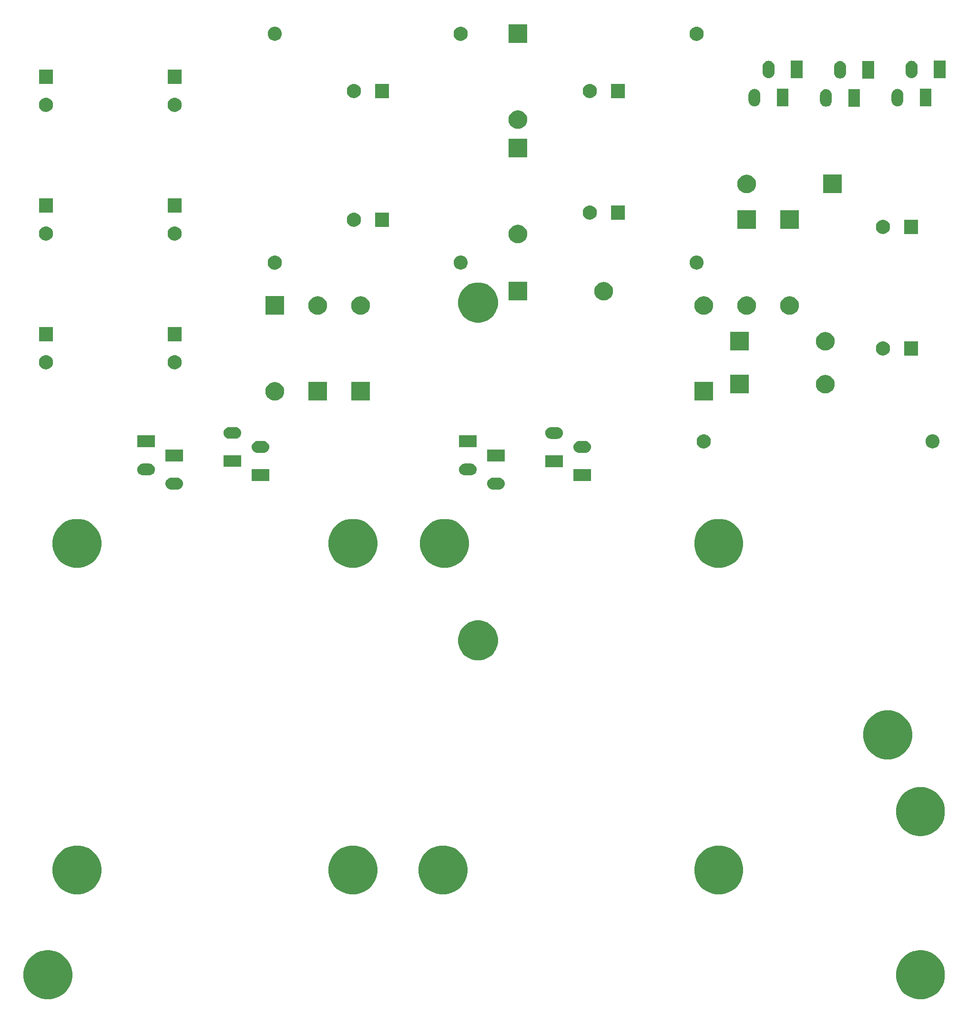
<source format=gbr>
G04 #@! TF.GenerationSoftware,KiCad,Pcbnew,(5.0.2)-1*
G04 #@! TF.CreationDate,2020-01-14T22:42:55+01:00*
G04 #@! TF.ProjectId,WW-Board-Master V2,57572d42-6f61-4726-942d-4d6173746572,rev?*
G04 #@! TF.SameCoordinates,Original*
G04 #@! TF.FileFunction,Soldermask,Bot*
G04 #@! TF.FilePolarity,Negative*
%FSLAX46Y46*%
G04 Gerber Fmt 4.6, Leading zero omitted, Abs format (unit mm)*
G04 Created by KiCad (PCBNEW (5.0.2)-1) date 14.01.2020 22:42:55*
%MOMM*%
%LPD*%
G01*
G04 APERTURE LIST*
%ADD10C,0.100000*%
G04 APERTURE END LIST*
D10*
G36*
X182548156Y-185672794D02*
X183269140Y-185816206D01*
X184060972Y-186144193D01*
X184773601Y-186620357D01*
X185379643Y-187226399D01*
X185855807Y-187939028D01*
X186183794Y-188730860D01*
X186351000Y-189571464D01*
X186351000Y-190428536D01*
X186183794Y-191269140D01*
X185855807Y-192060972D01*
X185379643Y-192773601D01*
X184773601Y-193379643D01*
X184060972Y-193855807D01*
X183269140Y-194183794D01*
X182548156Y-194327206D01*
X182428537Y-194351000D01*
X181571463Y-194351000D01*
X181451844Y-194327206D01*
X180730860Y-194183794D01*
X179939028Y-193855807D01*
X179226399Y-193379643D01*
X178620357Y-192773601D01*
X178144193Y-192060972D01*
X177816206Y-191269140D01*
X177649000Y-190428536D01*
X177649000Y-189571464D01*
X177816206Y-188730860D01*
X178144193Y-187939028D01*
X178620357Y-187226399D01*
X179226399Y-186620357D01*
X179939028Y-186144193D01*
X180730860Y-185816206D01*
X181451844Y-185672794D01*
X181571463Y-185649000D01*
X182428537Y-185649000D01*
X182548156Y-185672794D01*
X182548156Y-185672794D01*
G37*
G36*
X27548156Y-185672794D02*
X28269140Y-185816206D01*
X29060972Y-186144193D01*
X29773601Y-186620357D01*
X30379643Y-187226399D01*
X30855807Y-187939028D01*
X31183794Y-188730860D01*
X31351000Y-189571464D01*
X31351000Y-190428536D01*
X31183794Y-191269140D01*
X30855807Y-192060972D01*
X30379643Y-192773601D01*
X29773601Y-193379643D01*
X29060972Y-193855807D01*
X28269140Y-194183794D01*
X27548156Y-194327206D01*
X27428537Y-194351000D01*
X26571463Y-194351000D01*
X26451844Y-194327206D01*
X25730860Y-194183794D01*
X24939028Y-193855807D01*
X24226399Y-193379643D01*
X23620357Y-192773601D01*
X23144193Y-192060972D01*
X22816206Y-191269140D01*
X22649000Y-190428536D01*
X22649000Y-189571464D01*
X22816206Y-188730860D01*
X23144193Y-187939028D01*
X23620357Y-187226399D01*
X24226399Y-186620357D01*
X24939028Y-186144193D01*
X25730860Y-185816206D01*
X26451844Y-185672794D01*
X26571463Y-185649000D01*
X27428537Y-185649000D01*
X27548156Y-185672794D01*
X27548156Y-185672794D01*
G37*
G36*
X81723156Y-167052794D02*
X82444140Y-167196206D01*
X83235972Y-167524193D01*
X83948601Y-168000357D01*
X84554643Y-168606399D01*
X85030807Y-169319028D01*
X85358794Y-170110860D01*
X85526000Y-170951464D01*
X85526000Y-171808536D01*
X85358794Y-172649140D01*
X85030807Y-173440972D01*
X84554643Y-174153601D01*
X83948601Y-174759643D01*
X83235972Y-175235807D01*
X82444140Y-175563794D01*
X81723156Y-175707206D01*
X81603537Y-175731000D01*
X80746463Y-175731000D01*
X80626844Y-175707206D01*
X79905860Y-175563794D01*
X79114028Y-175235807D01*
X78401399Y-174759643D01*
X77795357Y-174153601D01*
X77319193Y-173440972D01*
X76991206Y-172649140D01*
X76824000Y-171808536D01*
X76824000Y-170951464D01*
X76991206Y-170110860D01*
X77319193Y-169319028D01*
X77795357Y-168606399D01*
X78401399Y-168000357D01*
X79114028Y-167524193D01*
X79905860Y-167196206D01*
X80626844Y-167052794D01*
X80746463Y-167029000D01*
X81603537Y-167029000D01*
X81723156Y-167052794D01*
X81723156Y-167052794D01*
G37*
G36*
X97723156Y-167052794D02*
X98444140Y-167196206D01*
X99235972Y-167524193D01*
X99948601Y-168000357D01*
X100554643Y-168606399D01*
X101030807Y-169319028D01*
X101358794Y-170110860D01*
X101526000Y-170951464D01*
X101526000Y-171808536D01*
X101358794Y-172649140D01*
X101030807Y-173440972D01*
X100554643Y-174153601D01*
X99948601Y-174759643D01*
X99235972Y-175235807D01*
X98444140Y-175563794D01*
X97723156Y-175707206D01*
X97603537Y-175731000D01*
X96746463Y-175731000D01*
X96626844Y-175707206D01*
X95905860Y-175563794D01*
X95114028Y-175235807D01*
X94401399Y-174759643D01*
X93795357Y-174153601D01*
X93319193Y-173440972D01*
X92991206Y-172649140D01*
X92824000Y-171808536D01*
X92824000Y-170951464D01*
X92991206Y-170110860D01*
X93319193Y-169319028D01*
X93795357Y-168606399D01*
X94401399Y-168000357D01*
X95114028Y-167524193D01*
X95905860Y-167196206D01*
X96626844Y-167052794D01*
X96746463Y-167029000D01*
X97603537Y-167029000D01*
X97723156Y-167052794D01*
X97723156Y-167052794D01*
G37*
G36*
X32723156Y-167052794D02*
X33444140Y-167196206D01*
X34235972Y-167524193D01*
X34948601Y-168000357D01*
X35554643Y-168606399D01*
X36030807Y-169319028D01*
X36358794Y-170110860D01*
X36526000Y-170951464D01*
X36526000Y-171808536D01*
X36358794Y-172649140D01*
X36030807Y-173440972D01*
X35554643Y-174153601D01*
X34948601Y-174759643D01*
X34235972Y-175235807D01*
X33444140Y-175563794D01*
X32723156Y-175707206D01*
X32603537Y-175731000D01*
X31746463Y-175731000D01*
X31626844Y-175707206D01*
X30905860Y-175563794D01*
X30114028Y-175235807D01*
X29401399Y-174759643D01*
X28795357Y-174153601D01*
X28319193Y-173440972D01*
X27991206Y-172649140D01*
X27824000Y-171808536D01*
X27824000Y-170951464D01*
X27991206Y-170110860D01*
X28319193Y-169319028D01*
X28795357Y-168606399D01*
X29401399Y-168000357D01*
X30114028Y-167524193D01*
X30905860Y-167196206D01*
X31626844Y-167052794D01*
X31746463Y-167029000D01*
X32603537Y-167029000D01*
X32723156Y-167052794D01*
X32723156Y-167052794D01*
G37*
G36*
X146723156Y-167052794D02*
X147444140Y-167196206D01*
X148235972Y-167524193D01*
X148948601Y-168000357D01*
X149554643Y-168606399D01*
X150030807Y-169319028D01*
X150358794Y-170110860D01*
X150526000Y-170951464D01*
X150526000Y-171808536D01*
X150358794Y-172649140D01*
X150030807Y-173440972D01*
X149554643Y-174153601D01*
X148948601Y-174759643D01*
X148235972Y-175235807D01*
X147444140Y-175563794D01*
X146723156Y-175707206D01*
X146603537Y-175731000D01*
X145746463Y-175731000D01*
X145626844Y-175707206D01*
X144905860Y-175563794D01*
X144114028Y-175235807D01*
X143401399Y-174759643D01*
X142795357Y-174153601D01*
X142319193Y-173440972D01*
X141991206Y-172649140D01*
X141824000Y-171808536D01*
X141824000Y-170951464D01*
X141991206Y-170110860D01*
X142319193Y-169319028D01*
X142795357Y-168606399D01*
X143401399Y-168000357D01*
X144114028Y-167524193D01*
X144905860Y-167196206D01*
X145626844Y-167052794D01*
X145746463Y-167029000D01*
X146603537Y-167029000D01*
X146723156Y-167052794D01*
X146723156Y-167052794D01*
G37*
G36*
X182548156Y-156672794D02*
X183269140Y-156816206D01*
X184060972Y-157144193D01*
X184773601Y-157620357D01*
X185379643Y-158226399D01*
X185855807Y-158939028D01*
X186183794Y-159730860D01*
X186351000Y-160571464D01*
X186351000Y-161428536D01*
X186183794Y-162269140D01*
X185855807Y-163060972D01*
X185379643Y-163773601D01*
X184773601Y-164379643D01*
X184060972Y-164855807D01*
X183269140Y-165183794D01*
X182548156Y-165327206D01*
X182428537Y-165351000D01*
X181571463Y-165351000D01*
X181451844Y-165327206D01*
X180730860Y-165183794D01*
X179939028Y-164855807D01*
X179226399Y-164379643D01*
X178620357Y-163773601D01*
X178144193Y-163060972D01*
X177816206Y-162269140D01*
X177649000Y-161428536D01*
X177649000Y-160571464D01*
X177816206Y-159730860D01*
X178144193Y-158939028D01*
X178620357Y-158226399D01*
X179226399Y-157620357D01*
X179939028Y-157144193D01*
X180730860Y-156816206D01*
X181451844Y-156672794D01*
X181571463Y-156649000D01*
X182428537Y-156649000D01*
X182548156Y-156672794D01*
X182548156Y-156672794D01*
G37*
G36*
X176723156Y-143052794D02*
X177444140Y-143196206D01*
X178235972Y-143524193D01*
X178948601Y-144000357D01*
X179554643Y-144606399D01*
X180030807Y-145319028D01*
X180358794Y-146110860D01*
X180526000Y-146951464D01*
X180526000Y-147808536D01*
X180358794Y-148649140D01*
X180030807Y-149440972D01*
X179554643Y-150153601D01*
X178948601Y-150759643D01*
X178235972Y-151235807D01*
X177444140Y-151563794D01*
X176723156Y-151707206D01*
X176603537Y-151731000D01*
X175746463Y-151731000D01*
X175626844Y-151707206D01*
X174905860Y-151563794D01*
X174114028Y-151235807D01*
X173401399Y-150759643D01*
X172795357Y-150153601D01*
X172319193Y-149440972D01*
X171991206Y-148649140D01*
X171824000Y-147808536D01*
X171824000Y-146951464D01*
X171991206Y-146110860D01*
X172319193Y-145319028D01*
X172795357Y-144606399D01*
X173401399Y-144000357D01*
X174114028Y-143524193D01*
X174905860Y-143196206D01*
X175626844Y-143052794D01*
X175746463Y-143029000D01*
X176603537Y-143029000D01*
X176723156Y-143052794D01*
X176723156Y-143052794D01*
G37*
G36*
X104455786Y-127185462D02*
X104455788Y-127185463D01*
X104455789Y-127185463D01*
X105102029Y-127453144D01*
X105563323Y-127761371D01*
X105683634Y-127841760D01*
X106178240Y-128336366D01*
X106178242Y-128336369D01*
X106566856Y-128917971D01*
X106834537Y-129564211D01*
X106834538Y-129564214D01*
X106971000Y-130250256D01*
X106971000Y-130949744D01*
X106954307Y-131033668D01*
X106834537Y-131635789D01*
X106566856Y-132282029D01*
X106226551Y-132791332D01*
X106178240Y-132863634D01*
X105683634Y-133358240D01*
X105683631Y-133358242D01*
X105102029Y-133746856D01*
X104455789Y-134014537D01*
X104455788Y-134014537D01*
X104455786Y-134014538D01*
X103769744Y-134151000D01*
X103070256Y-134151000D01*
X102384214Y-134014538D01*
X102384212Y-134014537D01*
X102384211Y-134014537D01*
X101737971Y-133746856D01*
X101156369Y-133358242D01*
X101156366Y-133358240D01*
X100661760Y-132863634D01*
X100613449Y-132791332D01*
X100273144Y-132282029D01*
X100005463Y-131635789D01*
X99885694Y-131033668D01*
X99869000Y-130949744D01*
X99869000Y-130250256D01*
X100005462Y-129564214D01*
X100005463Y-129564211D01*
X100273144Y-128917971D01*
X100661758Y-128336369D01*
X100661760Y-128336366D01*
X101156366Y-127841760D01*
X101276677Y-127761371D01*
X101737971Y-127453144D01*
X102384211Y-127185463D01*
X102384212Y-127185463D01*
X102384214Y-127185462D01*
X103070256Y-127049000D01*
X103769744Y-127049000D01*
X104455786Y-127185462D01*
X104455786Y-127185462D01*
G37*
G36*
X81723156Y-109052794D02*
X82444140Y-109196206D01*
X83235972Y-109524193D01*
X83948601Y-110000357D01*
X84554643Y-110606399D01*
X85030807Y-111319028D01*
X85358794Y-112110860D01*
X85526000Y-112951464D01*
X85526000Y-113808536D01*
X85358794Y-114649140D01*
X85030807Y-115440972D01*
X84554643Y-116153601D01*
X83948601Y-116759643D01*
X83235972Y-117235807D01*
X82444140Y-117563794D01*
X81723156Y-117707206D01*
X81603537Y-117731000D01*
X80746463Y-117731000D01*
X80626844Y-117707206D01*
X79905860Y-117563794D01*
X79114028Y-117235807D01*
X78401399Y-116759643D01*
X77795357Y-116153601D01*
X77319193Y-115440972D01*
X76991206Y-114649140D01*
X76824000Y-113808536D01*
X76824000Y-112951464D01*
X76991206Y-112110860D01*
X77319193Y-111319028D01*
X77795357Y-110606399D01*
X78401399Y-110000357D01*
X79114028Y-109524193D01*
X79905860Y-109196206D01*
X80626844Y-109052794D01*
X80746463Y-109029000D01*
X81603537Y-109029000D01*
X81723156Y-109052794D01*
X81723156Y-109052794D01*
G37*
G36*
X32723156Y-109052794D02*
X33444140Y-109196206D01*
X34235972Y-109524193D01*
X34948601Y-110000357D01*
X35554643Y-110606399D01*
X36030807Y-111319028D01*
X36358794Y-112110860D01*
X36526000Y-112951464D01*
X36526000Y-113808536D01*
X36358794Y-114649140D01*
X36030807Y-115440972D01*
X35554643Y-116153601D01*
X34948601Y-116759643D01*
X34235972Y-117235807D01*
X33444140Y-117563794D01*
X32723156Y-117707206D01*
X32603537Y-117731000D01*
X31746463Y-117731000D01*
X31626844Y-117707206D01*
X30905860Y-117563794D01*
X30114028Y-117235807D01*
X29401399Y-116759643D01*
X28795357Y-116153601D01*
X28319193Y-115440972D01*
X27991206Y-114649140D01*
X27824000Y-113808536D01*
X27824000Y-112951464D01*
X27991206Y-112110860D01*
X28319193Y-111319028D01*
X28795357Y-110606399D01*
X29401399Y-110000357D01*
X30114028Y-109524193D01*
X30905860Y-109196206D01*
X31626844Y-109052794D01*
X31746463Y-109029000D01*
X32603537Y-109029000D01*
X32723156Y-109052794D01*
X32723156Y-109052794D01*
G37*
G36*
X98003156Y-109052794D02*
X98724140Y-109196206D01*
X99515972Y-109524193D01*
X100228601Y-110000357D01*
X100834643Y-110606399D01*
X101310807Y-111319028D01*
X101638794Y-112110860D01*
X101806000Y-112951464D01*
X101806000Y-113808536D01*
X101638794Y-114649140D01*
X101310807Y-115440972D01*
X100834643Y-116153601D01*
X100228601Y-116759643D01*
X99515972Y-117235807D01*
X98724140Y-117563794D01*
X98003156Y-117707206D01*
X97883537Y-117731000D01*
X97026463Y-117731000D01*
X96906844Y-117707206D01*
X96185860Y-117563794D01*
X95394028Y-117235807D01*
X94681399Y-116759643D01*
X94075357Y-116153601D01*
X93599193Y-115440972D01*
X93271206Y-114649140D01*
X93104000Y-113808536D01*
X93104000Y-112951464D01*
X93271206Y-112110860D01*
X93599193Y-111319028D01*
X94075357Y-110606399D01*
X94681399Y-110000357D01*
X95394028Y-109524193D01*
X96185860Y-109196206D01*
X96906844Y-109052794D01*
X97026463Y-109029000D01*
X97883537Y-109029000D01*
X98003156Y-109052794D01*
X98003156Y-109052794D01*
G37*
G36*
X146723156Y-109052794D02*
X147444140Y-109196206D01*
X148235972Y-109524193D01*
X148948601Y-110000357D01*
X149554643Y-110606399D01*
X150030807Y-111319028D01*
X150358794Y-112110860D01*
X150526000Y-112951464D01*
X150526000Y-113808536D01*
X150358794Y-114649140D01*
X150030807Y-115440972D01*
X149554643Y-116153601D01*
X148948601Y-116759643D01*
X148235972Y-117235807D01*
X147444140Y-117563794D01*
X146723156Y-117707206D01*
X146603537Y-117731000D01*
X145746463Y-117731000D01*
X145626844Y-117707206D01*
X144905860Y-117563794D01*
X144114028Y-117235807D01*
X143401399Y-116759643D01*
X142795357Y-116153601D01*
X142319193Y-115440972D01*
X141991206Y-114649140D01*
X141824000Y-113808536D01*
X141824000Y-112951464D01*
X141991206Y-112110860D01*
X142319193Y-111319028D01*
X142795357Y-110606399D01*
X143401399Y-110000357D01*
X144114028Y-109524193D01*
X144905860Y-109196206D01*
X145626844Y-109052794D01*
X145746463Y-109029000D01*
X146603537Y-109029000D01*
X146723156Y-109052794D01*
X146723156Y-109052794D01*
G37*
G36*
X50032510Y-101702041D02*
X50156032Y-101714207D01*
X50354146Y-101774305D01*
X50536729Y-101871897D01*
X50696765Y-102003235D01*
X50828103Y-102163271D01*
X50925695Y-102345854D01*
X50985793Y-102543968D01*
X51006085Y-102750000D01*
X50985793Y-102956032D01*
X50925695Y-103154146D01*
X50828103Y-103336729D01*
X50696765Y-103496765D01*
X50536729Y-103628103D01*
X50354146Y-103725695D01*
X50156032Y-103785793D01*
X50032510Y-103797959D01*
X50001631Y-103801000D01*
X48898369Y-103801000D01*
X48867490Y-103797959D01*
X48743968Y-103785793D01*
X48545854Y-103725695D01*
X48363271Y-103628103D01*
X48203235Y-103496765D01*
X48071897Y-103336729D01*
X47974305Y-103154146D01*
X47914207Y-102956032D01*
X47893915Y-102750000D01*
X47914207Y-102543968D01*
X47974305Y-102345854D01*
X48071897Y-102163271D01*
X48203235Y-102003235D01*
X48363271Y-101871897D01*
X48545854Y-101774305D01*
X48743968Y-101714207D01*
X48867490Y-101702041D01*
X48898369Y-101699000D01*
X50001631Y-101699000D01*
X50032510Y-101702041D01*
X50032510Y-101702041D01*
G37*
G36*
X107182510Y-101702041D02*
X107306032Y-101714207D01*
X107504146Y-101774305D01*
X107686729Y-101871897D01*
X107846765Y-102003235D01*
X107978103Y-102163271D01*
X108075695Y-102345854D01*
X108135793Y-102543968D01*
X108156085Y-102750000D01*
X108135793Y-102956032D01*
X108075695Y-103154146D01*
X107978103Y-103336729D01*
X107846765Y-103496765D01*
X107686729Y-103628103D01*
X107504146Y-103725695D01*
X107306032Y-103785793D01*
X107182510Y-103797959D01*
X107151631Y-103801000D01*
X106048369Y-103801000D01*
X106017490Y-103797959D01*
X105893968Y-103785793D01*
X105695854Y-103725695D01*
X105513271Y-103628103D01*
X105353235Y-103496765D01*
X105221897Y-103336729D01*
X105124305Y-103154146D01*
X105064207Y-102956032D01*
X105043915Y-102750000D01*
X105064207Y-102543968D01*
X105124305Y-102345854D01*
X105221897Y-102163271D01*
X105353235Y-102003235D01*
X105513271Y-101871897D01*
X105695854Y-101774305D01*
X105893968Y-101714207D01*
X106017490Y-101702041D01*
X106048369Y-101699000D01*
X107151631Y-101699000D01*
X107182510Y-101702041D01*
X107182510Y-101702041D01*
G37*
G36*
X123471000Y-102308000D02*
X120369000Y-102308000D01*
X120369000Y-100206000D01*
X123471000Y-100206000D01*
X123471000Y-102308000D01*
X123471000Y-102308000D01*
G37*
G36*
X66321000Y-102295000D02*
X63219000Y-102295000D01*
X63219000Y-100193000D01*
X66321000Y-100193000D01*
X66321000Y-102295000D01*
X66321000Y-102295000D01*
G37*
G36*
X102182510Y-99202041D02*
X102306032Y-99214207D01*
X102504146Y-99274305D01*
X102686729Y-99371897D01*
X102846765Y-99503235D01*
X102978103Y-99663271D01*
X103075695Y-99845854D01*
X103135793Y-100043968D01*
X103156085Y-100250000D01*
X103135793Y-100456032D01*
X103075695Y-100654146D01*
X102978103Y-100836729D01*
X102846765Y-100996765D01*
X102686729Y-101128103D01*
X102504146Y-101225695D01*
X102306032Y-101285793D01*
X102182510Y-101297959D01*
X102151631Y-101301000D01*
X101048369Y-101301000D01*
X101017490Y-101297959D01*
X100893968Y-101285793D01*
X100695854Y-101225695D01*
X100513271Y-101128103D01*
X100353235Y-100996765D01*
X100221897Y-100836729D01*
X100124305Y-100654146D01*
X100064207Y-100456032D01*
X100043915Y-100250000D01*
X100064207Y-100043968D01*
X100124305Y-99845854D01*
X100221897Y-99663271D01*
X100353235Y-99503235D01*
X100513271Y-99371897D01*
X100695854Y-99274305D01*
X100893968Y-99214207D01*
X101017490Y-99202041D01*
X101048369Y-99199000D01*
X102151631Y-99199000D01*
X102182510Y-99202041D01*
X102182510Y-99202041D01*
G37*
G36*
X45032510Y-99202041D02*
X45156032Y-99214207D01*
X45354146Y-99274305D01*
X45536729Y-99371897D01*
X45696765Y-99503235D01*
X45828103Y-99663271D01*
X45925695Y-99845854D01*
X45985793Y-100043968D01*
X46006085Y-100250000D01*
X45985793Y-100456032D01*
X45925695Y-100654146D01*
X45828103Y-100836729D01*
X45696765Y-100996765D01*
X45536729Y-101128103D01*
X45354146Y-101225695D01*
X45156032Y-101285793D01*
X45032510Y-101297959D01*
X45001631Y-101301000D01*
X43898369Y-101301000D01*
X43867490Y-101297959D01*
X43743968Y-101285793D01*
X43545854Y-101225695D01*
X43363271Y-101128103D01*
X43203235Y-100996765D01*
X43071897Y-100836729D01*
X42974305Y-100654146D01*
X42914207Y-100456032D01*
X42893915Y-100250000D01*
X42914207Y-100043968D01*
X42974305Y-99845854D01*
X43071897Y-99663271D01*
X43203235Y-99503235D01*
X43363271Y-99371897D01*
X43545854Y-99274305D01*
X43743968Y-99214207D01*
X43867490Y-99202041D01*
X43898369Y-99199000D01*
X45001631Y-99199000D01*
X45032510Y-99202041D01*
X45032510Y-99202041D01*
G37*
G36*
X118471000Y-99808000D02*
X115369000Y-99808000D01*
X115369000Y-97706000D01*
X118471000Y-97706000D01*
X118471000Y-99808000D01*
X118471000Y-99808000D01*
G37*
G36*
X61321000Y-99795000D02*
X58219000Y-99795000D01*
X58219000Y-97693000D01*
X61321000Y-97693000D01*
X61321000Y-99795000D01*
X61321000Y-99795000D01*
G37*
G36*
X108151000Y-98801000D02*
X105049000Y-98801000D01*
X105049000Y-96699000D01*
X108151000Y-96699000D01*
X108151000Y-98801000D01*
X108151000Y-98801000D01*
G37*
G36*
X51001000Y-98801000D02*
X47899000Y-98801000D01*
X47899000Y-96699000D01*
X51001000Y-96699000D01*
X51001000Y-98801000D01*
X51001000Y-98801000D01*
G37*
G36*
X122502510Y-95209041D02*
X122626032Y-95221207D01*
X122824146Y-95281305D01*
X123006729Y-95378897D01*
X123166765Y-95510235D01*
X123298103Y-95670271D01*
X123395695Y-95852854D01*
X123455793Y-96050968D01*
X123476085Y-96257000D01*
X123455793Y-96463032D01*
X123395695Y-96661146D01*
X123298103Y-96843729D01*
X123166765Y-97003765D01*
X123006729Y-97135103D01*
X122824146Y-97232695D01*
X122626032Y-97292793D01*
X122502510Y-97304959D01*
X122471631Y-97308000D01*
X121368369Y-97308000D01*
X121337490Y-97304959D01*
X121213968Y-97292793D01*
X121015854Y-97232695D01*
X120833271Y-97135103D01*
X120673235Y-97003765D01*
X120541897Y-96843729D01*
X120444305Y-96661146D01*
X120384207Y-96463032D01*
X120363915Y-96257000D01*
X120384207Y-96050968D01*
X120444305Y-95852854D01*
X120541897Y-95670271D01*
X120673235Y-95510235D01*
X120833271Y-95378897D01*
X121015854Y-95281305D01*
X121213968Y-95221207D01*
X121337490Y-95209041D01*
X121368369Y-95206000D01*
X122471631Y-95206000D01*
X122502510Y-95209041D01*
X122502510Y-95209041D01*
G37*
G36*
X65352510Y-95196041D02*
X65476032Y-95208207D01*
X65674146Y-95268305D01*
X65856729Y-95365897D01*
X66016765Y-95497235D01*
X66148103Y-95657271D01*
X66245695Y-95839854D01*
X66305793Y-96037968D01*
X66326085Y-96244000D01*
X66305793Y-96450032D01*
X66245695Y-96648146D01*
X66148103Y-96830729D01*
X66016765Y-96990765D01*
X65856729Y-97122103D01*
X65674146Y-97219695D01*
X65476032Y-97279793D01*
X65352510Y-97291959D01*
X65321631Y-97295000D01*
X64218369Y-97295000D01*
X64187490Y-97291959D01*
X64063968Y-97279793D01*
X63865854Y-97219695D01*
X63683271Y-97122103D01*
X63523235Y-96990765D01*
X63391897Y-96830729D01*
X63294305Y-96648146D01*
X63234207Y-96450032D01*
X63213915Y-96244000D01*
X63234207Y-96037968D01*
X63294305Y-95839854D01*
X63391897Y-95657271D01*
X63523235Y-95497235D01*
X63683271Y-95365897D01*
X63865854Y-95268305D01*
X64063968Y-95208207D01*
X64187490Y-95196041D01*
X64218369Y-95193000D01*
X65321631Y-95193000D01*
X65352510Y-95196041D01*
X65352510Y-95196041D01*
G37*
G36*
X143693635Y-94011019D02*
X143874903Y-94047075D01*
X144102571Y-94141378D01*
X144197488Y-94204800D01*
X144307469Y-94278287D01*
X144481713Y-94452531D01*
X144481715Y-94452534D01*
X144618622Y-94657429D01*
X144712925Y-94885097D01*
X144736728Y-95004765D01*
X144761000Y-95126786D01*
X144761000Y-95373214D01*
X144759869Y-95378899D01*
X144712925Y-95614903D01*
X144618622Y-95842571D01*
X144547921Y-95948382D01*
X144481713Y-96047469D01*
X144307469Y-96221713D01*
X144307466Y-96221715D01*
X144102571Y-96358622D01*
X143874903Y-96452925D01*
X143724213Y-96482899D01*
X143633214Y-96501000D01*
X143386786Y-96501000D01*
X143295787Y-96482899D01*
X143145097Y-96452925D01*
X142917429Y-96358622D01*
X142712534Y-96221715D01*
X142712531Y-96221713D01*
X142538287Y-96047469D01*
X142472079Y-95948382D01*
X142401378Y-95842571D01*
X142307075Y-95614903D01*
X142260131Y-95378899D01*
X142259000Y-95373214D01*
X142259000Y-95126786D01*
X142283272Y-95004765D01*
X142307075Y-94885097D01*
X142401378Y-94657429D01*
X142538285Y-94452534D01*
X142538287Y-94452531D01*
X142712531Y-94278287D01*
X142822512Y-94204800D01*
X142917429Y-94141378D01*
X143145097Y-94047075D01*
X143326365Y-94011019D01*
X143386786Y-93999000D01*
X143633214Y-93999000D01*
X143693635Y-94011019D01*
X143693635Y-94011019D01*
G37*
G36*
X184395239Y-94017101D02*
X184631053Y-94088634D01*
X184848381Y-94204799D01*
X185038871Y-94361129D01*
X185195201Y-94551619D01*
X185311366Y-94768947D01*
X185382899Y-95004761D01*
X185407053Y-95250000D01*
X185382899Y-95495239D01*
X185311366Y-95731053D01*
X185195201Y-95948381D01*
X185038871Y-96138871D01*
X184848381Y-96295201D01*
X184631053Y-96411366D01*
X184395239Y-96482899D01*
X184211457Y-96501000D01*
X184088543Y-96501000D01*
X183904761Y-96482899D01*
X183668947Y-96411366D01*
X183451619Y-96295201D01*
X183261129Y-96138871D01*
X183104799Y-95948381D01*
X182988634Y-95731053D01*
X182917101Y-95495239D01*
X182892947Y-95250000D01*
X182917101Y-95004761D01*
X182988634Y-94768947D01*
X183104799Y-94551619D01*
X183261129Y-94361129D01*
X183451619Y-94204799D01*
X183668947Y-94088634D01*
X183904761Y-94017101D01*
X184088543Y-93999000D01*
X184211457Y-93999000D01*
X184395239Y-94017101D01*
X184395239Y-94017101D01*
G37*
G36*
X46001000Y-96301000D02*
X42899000Y-96301000D01*
X42899000Y-94199000D01*
X46001000Y-94199000D01*
X46001000Y-96301000D01*
X46001000Y-96301000D01*
G37*
G36*
X103151000Y-96301000D02*
X100049000Y-96301000D01*
X100049000Y-94199000D01*
X103151000Y-94199000D01*
X103151000Y-96301000D01*
X103151000Y-96301000D01*
G37*
G36*
X117502510Y-92709041D02*
X117626032Y-92721207D01*
X117824146Y-92781305D01*
X118006729Y-92878897D01*
X118166765Y-93010235D01*
X118298103Y-93170271D01*
X118395695Y-93352854D01*
X118455793Y-93550968D01*
X118476085Y-93757000D01*
X118455793Y-93963032D01*
X118395695Y-94161146D01*
X118298103Y-94343729D01*
X118166765Y-94503765D01*
X118006729Y-94635103D01*
X117824146Y-94732695D01*
X117626032Y-94792793D01*
X117502510Y-94804959D01*
X117471631Y-94808000D01*
X116368369Y-94808000D01*
X116337490Y-94804959D01*
X116213968Y-94792793D01*
X116015854Y-94732695D01*
X115833271Y-94635103D01*
X115673235Y-94503765D01*
X115541897Y-94343729D01*
X115444305Y-94161146D01*
X115384207Y-93963032D01*
X115363915Y-93757000D01*
X115384207Y-93550968D01*
X115444305Y-93352854D01*
X115541897Y-93170271D01*
X115673235Y-93010235D01*
X115833271Y-92878897D01*
X116015854Y-92781305D01*
X116213968Y-92721207D01*
X116337490Y-92709041D01*
X116368369Y-92706000D01*
X117471631Y-92706000D01*
X117502510Y-92709041D01*
X117502510Y-92709041D01*
G37*
G36*
X60352510Y-92696041D02*
X60476032Y-92708207D01*
X60674146Y-92768305D01*
X60856729Y-92865897D01*
X61016765Y-92997235D01*
X61148103Y-93157271D01*
X61245695Y-93339854D01*
X61305793Y-93537968D01*
X61326085Y-93744000D01*
X61305793Y-93950032D01*
X61245695Y-94148146D01*
X61148103Y-94330729D01*
X61016765Y-94490765D01*
X60856729Y-94622103D01*
X60674146Y-94719695D01*
X60476032Y-94779793D01*
X60352510Y-94791959D01*
X60321631Y-94795000D01*
X59218369Y-94795000D01*
X59187490Y-94791959D01*
X59063968Y-94779793D01*
X58865854Y-94719695D01*
X58683271Y-94622103D01*
X58523235Y-94490765D01*
X58391897Y-94330729D01*
X58294305Y-94148146D01*
X58234207Y-93950032D01*
X58213915Y-93744000D01*
X58234207Y-93537968D01*
X58294305Y-93339854D01*
X58391897Y-93157271D01*
X58523235Y-92997235D01*
X58683271Y-92865897D01*
X58865854Y-92768305D01*
X59063968Y-92708207D01*
X59187490Y-92696041D01*
X59218369Y-92693000D01*
X60321631Y-92693000D01*
X60352510Y-92696041D01*
X60352510Y-92696041D01*
G37*
G36*
X84201000Y-88011000D02*
X80899000Y-88011000D01*
X80899000Y-84709000D01*
X84201000Y-84709000D01*
X84201000Y-88011000D01*
X84201000Y-88011000D01*
G37*
G36*
X67633654Y-84732888D02*
X67944865Y-84827294D01*
X68231686Y-84980603D01*
X68483082Y-85186918D01*
X68689397Y-85438314D01*
X68842706Y-85725135D01*
X68937112Y-86036346D01*
X68968988Y-86360000D01*
X68937112Y-86683654D01*
X68842706Y-86994865D01*
X68689397Y-87281686D01*
X68483082Y-87533082D01*
X68231686Y-87739397D01*
X67944865Y-87892706D01*
X67633654Y-87987112D01*
X67391107Y-88011000D01*
X67228893Y-88011000D01*
X66986346Y-87987112D01*
X66675135Y-87892706D01*
X66388314Y-87739397D01*
X66136918Y-87533082D01*
X65930603Y-87281686D01*
X65777294Y-86994865D01*
X65682888Y-86683654D01*
X65651012Y-86360000D01*
X65682888Y-86036346D01*
X65777294Y-85725135D01*
X65930603Y-85438314D01*
X66136918Y-85186918D01*
X66388314Y-84980603D01*
X66675135Y-84827294D01*
X66986346Y-84732888D01*
X67228893Y-84709000D01*
X67391107Y-84709000D01*
X67633654Y-84732888D01*
X67633654Y-84732888D01*
G37*
G36*
X76581000Y-88011000D02*
X73279000Y-88011000D01*
X73279000Y-84709000D01*
X76581000Y-84709000D01*
X76581000Y-88011000D01*
X76581000Y-88011000D01*
G37*
G36*
X145161000Y-88011000D02*
X141859000Y-88011000D01*
X141859000Y-84709000D01*
X145161000Y-84709000D01*
X145161000Y-88011000D01*
X145161000Y-88011000D01*
G37*
G36*
X165423654Y-83462888D02*
X165734865Y-83557294D01*
X166021686Y-83710603D01*
X166273082Y-83916918D01*
X166479397Y-84168314D01*
X166632706Y-84455135D01*
X166727112Y-84766346D01*
X166758988Y-85090000D01*
X166727112Y-85413654D01*
X166632706Y-85724865D01*
X166479397Y-86011686D01*
X166273082Y-86263082D01*
X166021686Y-86469397D01*
X165734865Y-86622706D01*
X165423654Y-86717112D01*
X165181107Y-86741000D01*
X165018893Y-86741000D01*
X164776346Y-86717112D01*
X164465135Y-86622706D01*
X164178314Y-86469397D01*
X163926918Y-86263082D01*
X163720603Y-86011686D01*
X163567294Y-85724865D01*
X163472888Y-85413654D01*
X163441012Y-85090000D01*
X163472888Y-84766346D01*
X163567294Y-84455135D01*
X163720603Y-84168314D01*
X163926918Y-83916918D01*
X164178314Y-83710603D01*
X164465135Y-83557294D01*
X164776346Y-83462888D01*
X165018893Y-83439000D01*
X165181107Y-83439000D01*
X165423654Y-83462888D01*
X165423654Y-83462888D01*
G37*
G36*
X151511000Y-86741000D02*
X148209000Y-86741000D01*
X148209000Y-83439000D01*
X151511000Y-83439000D01*
X151511000Y-86741000D01*
X151511000Y-86741000D01*
G37*
G36*
X26853636Y-79961019D02*
X27034903Y-79997075D01*
X27262571Y-80091378D01*
X27466542Y-80227668D01*
X27467469Y-80228287D01*
X27641713Y-80402531D01*
X27641715Y-80402534D01*
X27778622Y-80607429D01*
X27872925Y-80835097D01*
X27921000Y-81076787D01*
X27921000Y-81323213D01*
X27872925Y-81564903D01*
X27778622Y-81792571D01*
X27642332Y-81996542D01*
X27641713Y-81997469D01*
X27467469Y-82171713D01*
X27467466Y-82171715D01*
X27262571Y-82308622D01*
X27034903Y-82402925D01*
X26853636Y-82438981D01*
X26793214Y-82451000D01*
X26546786Y-82451000D01*
X26486364Y-82438981D01*
X26305097Y-82402925D01*
X26077429Y-82308622D01*
X25872534Y-82171715D01*
X25872531Y-82171713D01*
X25698287Y-81997469D01*
X25697668Y-81996542D01*
X25561378Y-81792571D01*
X25467075Y-81564903D01*
X25419000Y-81323213D01*
X25419000Y-81076787D01*
X25467075Y-80835097D01*
X25561378Y-80607429D01*
X25698285Y-80402534D01*
X25698287Y-80402531D01*
X25872531Y-80228287D01*
X25873458Y-80227668D01*
X26077429Y-80091378D01*
X26305097Y-79997075D01*
X26486364Y-79961019D01*
X26546786Y-79949000D01*
X26793214Y-79949000D01*
X26853636Y-79961019D01*
X26853636Y-79961019D01*
G37*
G36*
X49713636Y-79961019D02*
X49894903Y-79997075D01*
X50122571Y-80091378D01*
X50326542Y-80227668D01*
X50327469Y-80228287D01*
X50501713Y-80402531D01*
X50501715Y-80402534D01*
X50638622Y-80607429D01*
X50732925Y-80835097D01*
X50781000Y-81076787D01*
X50781000Y-81323213D01*
X50732925Y-81564903D01*
X50638622Y-81792571D01*
X50502332Y-81996542D01*
X50501713Y-81997469D01*
X50327469Y-82171713D01*
X50327466Y-82171715D01*
X50122571Y-82308622D01*
X49894903Y-82402925D01*
X49713636Y-82438981D01*
X49653214Y-82451000D01*
X49406786Y-82451000D01*
X49346364Y-82438981D01*
X49165097Y-82402925D01*
X48937429Y-82308622D01*
X48732534Y-82171715D01*
X48732531Y-82171713D01*
X48558287Y-81997469D01*
X48557668Y-81996542D01*
X48421378Y-81792571D01*
X48327075Y-81564903D01*
X48279000Y-81323213D01*
X48279000Y-81076787D01*
X48327075Y-80835097D01*
X48421378Y-80607429D01*
X48558285Y-80402534D01*
X48558287Y-80402531D01*
X48732531Y-80228287D01*
X48733458Y-80227668D01*
X48937429Y-80091378D01*
X49165097Y-79997075D01*
X49346364Y-79961019D01*
X49406786Y-79949000D01*
X49653214Y-79949000D01*
X49713636Y-79961019D01*
X49713636Y-79961019D01*
G37*
G36*
X181591000Y-79991000D02*
X179089000Y-79991000D01*
X179089000Y-77489000D01*
X181591000Y-77489000D01*
X181591000Y-79991000D01*
X181591000Y-79991000D01*
G37*
G36*
X175523635Y-77501019D02*
X175704903Y-77537075D01*
X175932571Y-77631378D01*
X176136542Y-77767668D01*
X176137469Y-77768287D01*
X176311713Y-77942531D01*
X176311715Y-77942534D01*
X176448622Y-78147429D01*
X176542925Y-78375097D01*
X176591000Y-78616787D01*
X176591000Y-78863213D01*
X176542925Y-79104903D01*
X176448622Y-79332571D01*
X176312332Y-79536542D01*
X176311713Y-79537469D01*
X176137469Y-79711713D01*
X176137466Y-79711715D01*
X175932571Y-79848622D01*
X175704903Y-79942925D01*
X175523635Y-79978981D01*
X175463214Y-79991000D01*
X175216786Y-79991000D01*
X175156365Y-79978981D01*
X174975097Y-79942925D01*
X174747429Y-79848622D01*
X174542534Y-79711715D01*
X174542531Y-79711713D01*
X174368287Y-79537469D01*
X174367668Y-79536542D01*
X174231378Y-79332571D01*
X174137075Y-79104903D01*
X174089000Y-78863213D01*
X174089000Y-78616787D01*
X174137075Y-78375097D01*
X174231378Y-78147429D01*
X174368285Y-77942534D01*
X174368287Y-77942531D01*
X174542531Y-77768287D01*
X174543458Y-77767668D01*
X174747429Y-77631378D01*
X174975097Y-77537075D01*
X175156365Y-77501019D01*
X175216786Y-77489000D01*
X175463214Y-77489000D01*
X175523635Y-77501019D01*
X175523635Y-77501019D01*
G37*
G36*
X165423654Y-75842888D02*
X165734865Y-75937294D01*
X166021686Y-76090603D01*
X166273082Y-76296918D01*
X166479397Y-76548314D01*
X166632706Y-76835135D01*
X166727112Y-77146346D01*
X166758988Y-77470000D01*
X166727112Y-77793654D01*
X166632706Y-78104865D01*
X166479397Y-78391686D01*
X166273082Y-78643082D01*
X166021686Y-78849397D01*
X165734865Y-79002706D01*
X165423654Y-79097112D01*
X165181107Y-79121000D01*
X165018893Y-79121000D01*
X164776346Y-79097112D01*
X164465135Y-79002706D01*
X164178314Y-78849397D01*
X163926918Y-78643082D01*
X163720603Y-78391686D01*
X163567294Y-78104865D01*
X163472888Y-77793654D01*
X163441012Y-77470000D01*
X163472888Y-77146346D01*
X163567294Y-76835135D01*
X163720603Y-76548314D01*
X163926918Y-76296918D01*
X164178314Y-76090603D01*
X164465135Y-75937294D01*
X164776346Y-75842888D01*
X165018893Y-75819000D01*
X165181107Y-75819000D01*
X165423654Y-75842888D01*
X165423654Y-75842888D01*
G37*
G36*
X151511000Y-79121000D02*
X148209000Y-79121000D01*
X148209000Y-75819000D01*
X151511000Y-75819000D01*
X151511000Y-79121000D01*
X151511000Y-79121000D01*
G37*
G36*
X50781000Y-77451000D02*
X48279000Y-77451000D01*
X48279000Y-74949000D01*
X50781000Y-74949000D01*
X50781000Y-77451000D01*
X50781000Y-77451000D01*
G37*
G36*
X27921000Y-77451000D02*
X25419000Y-77451000D01*
X25419000Y-74949000D01*
X27921000Y-74949000D01*
X27921000Y-77451000D01*
X27921000Y-77451000D01*
G37*
G36*
X104455786Y-67185462D02*
X104455788Y-67185463D01*
X104455789Y-67185463D01*
X105102029Y-67453144D01*
X105563323Y-67761371D01*
X105683634Y-67841760D01*
X106178240Y-68336366D01*
X106178242Y-68336369D01*
X106566856Y-68917971D01*
X106808638Y-69501686D01*
X106834538Y-69564214D01*
X106971000Y-70250256D01*
X106971000Y-70949744D01*
X106872756Y-71443653D01*
X106834537Y-71635789D01*
X106566856Y-72282029D01*
X106226551Y-72791332D01*
X106178240Y-72863634D01*
X105683634Y-73358240D01*
X105683631Y-73358242D01*
X105102029Y-73746856D01*
X104455789Y-74014537D01*
X104455788Y-74014537D01*
X104455786Y-74014538D01*
X103769744Y-74151000D01*
X103070256Y-74151000D01*
X102384214Y-74014538D01*
X102384212Y-74014537D01*
X102384211Y-74014537D01*
X101737971Y-73746856D01*
X101156369Y-73358242D01*
X101156366Y-73358240D01*
X100661760Y-72863634D01*
X100613449Y-72791332D01*
X100273144Y-72282029D01*
X100005463Y-71635789D01*
X99967245Y-71443653D01*
X99869000Y-70949744D01*
X99869000Y-70250256D01*
X100005462Y-69564214D01*
X100031362Y-69501686D01*
X100273144Y-68917971D01*
X100661758Y-68336369D01*
X100661760Y-68336366D01*
X101156366Y-67841760D01*
X101276677Y-67761371D01*
X101737971Y-67453144D01*
X102384211Y-67185463D01*
X102384212Y-67185463D01*
X102384214Y-67185462D01*
X103070256Y-67049000D01*
X103769744Y-67049000D01*
X104455786Y-67185462D01*
X104455786Y-67185462D01*
G37*
G36*
X82873654Y-69492888D02*
X83184865Y-69587294D01*
X83471686Y-69740603D01*
X83723082Y-69946918D01*
X83929397Y-70198314D01*
X84082706Y-70485135D01*
X84177112Y-70796346D01*
X84208988Y-71120000D01*
X84177112Y-71443654D01*
X84082706Y-71754865D01*
X83929397Y-72041686D01*
X83723082Y-72293082D01*
X83471686Y-72499397D01*
X83184865Y-72652706D01*
X82873654Y-72747112D01*
X82631107Y-72771000D01*
X82468893Y-72771000D01*
X82226346Y-72747112D01*
X81915135Y-72652706D01*
X81628314Y-72499397D01*
X81376918Y-72293082D01*
X81170603Y-72041686D01*
X81017294Y-71754865D01*
X80922888Y-71443654D01*
X80891012Y-71120000D01*
X80922888Y-70796346D01*
X81017294Y-70485135D01*
X81170603Y-70198314D01*
X81376918Y-69946918D01*
X81628314Y-69740603D01*
X81915135Y-69587294D01*
X82226346Y-69492888D01*
X82468893Y-69469000D01*
X82631107Y-69469000D01*
X82873654Y-69492888D01*
X82873654Y-69492888D01*
G37*
G36*
X75253654Y-69492888D02*
X75564865Y-69587294D01*
X75851686Y-69740603D01*
X76103082Y-69946918D01*
X76309397Y-70198314D01*
X76462706Y-70485135D01*
X76557112Y-70796346D01*
X76588988Y-71120000D01*
X76557112Y-71443654D01*
X76462706Y-71754865D01*
X76309397Y-72041686D01*
X76103082Y-72293082D01*
X75851686Y-72499397D01*
X75564865Y-72652706D01*
X75253654Y-72747112D01*
X75011107Y-72771000D01*
X74848893Y-72771000D01*
X74606346Y-72747112D01*
X74295135Y-72652706D01*
X74008314Y-72499397D01*
X73756918Y-72293082D01*
X73550603Y-72041686D01*
X73397294Y-71754865D01*
X73302888Y-71443654D01*
X73271012Y-71120000D01*
X73302888Y-70796346D01*
X73397294Y-70485135D01*
X73550603Y-70198314D01*
X73756918Y-69946918D01*
X74008314Y-69740603D01*
X74295135Y-69587294D01*
X74606346Y-69492888D01*
X74848893Y-69469000D01*
X75011107Y-69469000D01*
X75253654Y-69492888D01*
X75253654Y-69492888D01*
G37*
G36*
X68961000Y-72771000D02*
X65659000Y-72771000D01*
X65659000Y-69469000D01*
X68961000Y-69469000D01*
X68961000Y-72771000D01*
X68961000Y-72771000D01*
G37*
G36*
X151453654Y-69492888D02*
X151764865Y-69587294D01*
X152051686Y-69740603D01*
X152303082Y-69946918D01*
X152509397Y-70198314D01*
X152662706Y-70485135D01*
X152757112Y-70796346D01*
X152788988Y-71120000D01*
X152757112Y-71443654D01*
X152662706Y-71754865D01*
X152509397Y-72041686D01*
X152303082Y-72293082D01*
X152051686Y-72499397D01*
X151764865Y-72652706D01*
X151453654Y-72747112D01*
X151211107Y-72771000D01*
X151048893Y-72771000D01*
X150806346Y-72747112D01*
X150495135Y-72652706D01*
X150208314Y-72499397D01*
X149956918Y-72293082D01*
X149750603Y-72041686D01*
X149597294Y-71754865D01*
X149502888Y-71443654D01*
X149471012Y-71120000D01*
X149502888Y-70796346D01*
X149597294Y-70485135D01*
X149750603Y-70198314D01*
X149956918Y-69946918D01*
X150208314Y-69740603D01*
X150495135Y-69587294D01*
X150806346Y-69492888D01*
X151048893Y-69469000D01*
X151211107Y-69469000D01*
X151453654Y-69492888D01*
X151453654Y-69492888D01*
G37*
G36*
X159073654Y-69492888D02*
X159384865Y-69587294D01*
X159671686Y-69740603D01*
X159923082Y-69946918D01*
X160129397Y-70198314D01*
X160282706Y-70485135D01*
X160377112Y-70796346D01*
X160408988Y-71120000D01*
X160377112Y-71443654D01*
X160282706Y-71754865D01*
X160129397Y-72041686D01*
X159923082Y-72293082D01*
X159671686Y-72499397D01*
X159384865Y-72652706D01*
X159073654Y-72747112D01*
X158831107Y-72771000D01*
X158668893Y-72771000D01*
X158426346Y-72747112D01*
X158115135Y-72652706D01*
X157828314Y-72499397D01*
X157576918Y-72293082D01*
X157370603Y-72041686D01*
X157217294Y-71754865D01*
X157122888Y-71443654D01*
X157091012Y-71120000D01*
X157122888Y-70796346D01*
X157217294Y-70485135D01*
X157370603Y-70198314D01*
X157576918Y-69946918D01*
X157828314Y-69740603D01*
X158115135Y-69587294D01*
X158426346Y-69492888D01*
X158668893Y-69469000D01*
X158831107Y-69469000D01*
X159073654Y-69492888D01*
X159073654Y-69492888D01*
G37*
G36*
X143833654Y-69492888D02*
X144144865Y-69587294D01*
X144431686Y-69740603D01*
X144683082Y-69946918D01*
X144889397Y-70198314D01*
X145042706Y-70485135D01*
X145137112Y-70796346D01*
X145168988Y-71120000D01*
X145137112Y-71443654D01*
X145042706Y-71754865D01*
X144889397Y-72041686D01*
X144683082Y-72293082D01*
X144431686Y-72499397D01*
X144144865Y-72652706D01*
X143833654Y-72747112D01*
X143591107Y-72771000D01*
X143428893Y-72771000D01*
X143186346Y-72747112D01*
X142875135Y-72652706D01*
X142588314Y-72499397D01*
X142336918Y-72293082D01*
X142130603Y-72041686D01*
X141977294Y-71754865D01*
X141882888Y-71443654D01*
X141851012Y-71120000D01*
X141882888Y-70796346D01*
X141977294Y-70485135D01*
X142130603Y-70198314D01*
X142336918Y-69946918D01*
X142588314Y-69740603D01*
X142875135Y-69587294D01*
X143186346Y-69492888D01*
X143428893Y-69469000D01*
X143591107Y-69469000D01*
X143833654Y-69492888D01*
X143833654Y-69492888D01*
G37*
G36*
X126053654Y-66952888D02*
X126364865Y-67047294D01*
X126651686Y-67200603D01*
X126903082Y-67406918D01*
X127109397Y-67658314D01*
X127262706Y-67945135D01*
X127357112Y-68256346D01*
X127388988Y-68580000D01*
X127357112Y-68903654D01*
X127262706Y-69214865D01*
X127109397Y-69501686D01*
X126903082Y-69753082D01*
X126651686Y-69959397D01*
X126364865Y-70112706D01*
X126053654Y-70207112D01*
X125811107Y-70231000D01*
X125648893Y-70231000D01*
X125406346Y-70207112D01*
X125095135Y-70112706D01*
X124808314Y-69959397D01*
X124556918Y-69753082D01*
X124350603Y-69501686D01*
X124197294Y-69214865D01*
X124102888Y-68903654D01*
X124071012Y-68580000D01*
X124102888Y-68256346D01*
X124197294Y-67945135D01*
X124350603Y-67658314D01*
X124556918Y-67406918D01*
X124808314Y-67200603D01*
X125095135Y-67047294D01*
X125406346Y-66952888D01*
X125648893Y-66929000D01*
X125811107Y-66929000D01*
X126053654Y-66952888D01*
X126053654Y-66952888D01*
G37*
G36*
X112141000Y-70231000D02*
X108839000Y-70231000D01*
X108839000Y-66929000D01*
X112141000Y-66929000D01*
X112141000Y-70231000D01*
X112141000Y-70231000D01*
G37*
G36*
X67493635Y-62261019D02*
X67674903Y-62297075D01*
X67902571Y-62391378D01*
X67997488Y-62454800D01*
X68107469Y-62528287D01*
X68281713Y-62702531D01*
X68281715Y-62702534D01*
X68418622Y-62907429D01*
X68512925Y-63135097D01*
X68561000Y-63376787D01*
X68561000Y-63623213D01*
X68512925Y-63864903D01*
X68418622Y-64092571D01*
X68347921Y-64198382D01*
X68281713Y-64297469D01*
X68107469Y-64471713D01*
X68107466Y-64471715D01*
X67902571Y-64608622D01*
X67674903Y-64702925D01*
X67524213Y-64732899D01*
X67433214Y-64751000D01*
X67186786Y-64751000D01*
X67095787Y-64732899D01*
X66945097Y-64702925D01*
X66717429Y-64608622D01*
X66512534Y-64471715D01*
X66512531Y-64471713D01*
X66338287Y-64297469D01*
X66272079Y-64198382D01*
X66201378Y-64092571D01*
X66107075Y-63864903D01*
X66059000Y-63623213D01*
X66059000Y-63376787D01*
X66107075Y-63135097D01*
X66201378Y-62907429D01*
X66338285Y-62702534D01*
X66338287Y-62702531D01*
X66512531Y-62528287D01*
X66622512Y-62454800D01*
X66717429Y-62391378D01*
X66945097Y-62297075D01*
X67126365Y-62261019D01*
X67186786Y-62249000D01*
X67433214Y-62249000D01*
X67493635Y-62261019D01*
X67493635Y-62261019D01*
G37*
G36*
X100575239Y-62267101D02*
X100811053Y-62338634D01*
X101028381Y-62454799D01*
X101218871Y-62611129D01*
X101375201Y-62801619D01*
X101491366Y-63018947D01*
X101562899Y-63254761D01*
X101587053Y-63500000D01*
X101562899Y-63745239D01*
X101491366Y-63981053D01*
X101375201Y-64198381D01*
X101218871Y-64388871D01*
X101028381Y-64545201D01*
X100811053Y-64661366D01*
X100575239Y-64732899D01*
X100391457Y-64751000D01*
X100268543Y-64751000D01*
X100084761Y-64732899D01*
X99848947Y-64661366D01*
X99631619Y-64545201D01*
X99441129Y-64388871D01*
X99284799Y-64198381D01*
X99168634Y-63981053D01*
X99097101Y-63745239D01*
X99072947Y-63500000D01*
X99097101Y-63254761D01*
X99168634Y-63018947D01*
X99284799Y-62801619D01*
X99441129Y-62611129D01*
X99631619Y-62454799D01*
X99848947Y-62338634D01*
X100084761Y-62267101D01*
X100268543Y-62249000D01*
X100391457Y-62249000D01*
X100575239Y-62267101D01*
X100575239Y-62267101D01*
G37*
G36*
X142485239Y-62267101D02*
X142721053Y-62338634D01*
X142938381Y-62454799D01*
X143128871Y-62611129D01*
X143285201Y-62801619D01*
X143401366Y-63018947D01*
X143472899Y-63254761D01*
X143497053Y-63500000D01*
X143472899Y-63745239D01*
X143401366Y-63981053D01*
X143285201Y-64198381D01*
X143128871Y-64388871D01*
X142938381Y-64545201D01*
X142721053Y-64661366D01*
X142485239Y-64732899D01*
X142301457Y-64751000D01*
X142178543Y-64751000D01*
X141994761Y-64732899D01*
X141758947Y-64661366D01*
X141541619Y-64545201D01*
X141351129Y-64388871D01*
X141194799Y-64198381D01*
X141078634Y-63981053D01*
X141007101Y-63745239D01*
X140982947Y-63500000D01*
X141007101Y-63254761D01*
X141078634Y-63018947D01*
X141194799Y-62801619D01*
X141351129Y-62611129D01*
X141541619Y-62454799D01*
X141758947Y-62338634D01*
X141994761Y-62267101D01*
X142178543Y-62249000D01*
X142301457Y-62249000D01*
X142485239Y-62267101D01*
X142485239Y-62267101D01*
G37*
G36*
X110813654Y-56792888D02*
X111124865Y-56887294D01*
X111411686Y-57040603D01*
X111663082Y-57246918D01*
X111869397Y-57498314D01*
X112022706Y-57785135D01*
X112117112Y-58096346D01*
X112148988Y-58420000D01*
X112117112Y-58743654D01*
X112022706Y-59054865D01*
X111869397Y-59341686D01*
X111663082Y-59593082D01*
X111411686Y-59799397D01*
X111124865Y-59952706D01*
X110813654Y-60047112D01*
X110571107Y-60071000D01*
X110408893Y-60071000D01*
X110166346Y-60047112D01*
X109855135Y-59952706D01*
X109568314Y-59799397D01*
X109316918Y-59593082D01*
X109110603Y-59341686D01*
X108957294Y-59054865D01*
X108862888Y-58743654D01*
X108831012Y-58420000D01*
X108862888Y-58096346D01*
X108957294Y-57785135D01*
X109110603Y-57498314D01*
X109316918Y-57246918D01*
X109568314Y-57040603D01*
X109855135Y-56887294D01*
X110166346Y-56792888D01*
X110408893Y-56769000D01*
X110571107Y-56769000D01*
X110813654Y-56792888D01*
X110813654Y-56792888D01*
G37*
G36*
X49713636Y-57101019D02*
X49894903Y-57137075D01*
X50122571Y-57231378D01*
X50326542Y-57367668D01*
X50327469Y-57368287D01*
X50501713Y-57542531D01*
X50501715Y-57542534D01*
X50638622Y-57747429D01*
X50732925Y-57975097D01*
X50781000Y-58216787D01*
X50781000Y-58463213D01*
X50732925Y-58704903D01*
X50638622Y-58932571D01*
X50556907Y-59054865D01*
X50501713Y-59137469D01*
X50327469Y-59311713D01*
X50327466Y-59311715D01*
X50122571Y-59448622D01*
X49894903Y-59542925D01*
X49713636Y-59578981D01*
X49653214Y-59591000D01*
X49406786Y-59591000D01*
X49346364Y-59578981D01*
X49165097Y-59542925D01*
X48937429Y-59448622D01*
X48732534Y-59311715D01*
X48732531Y-59311713D01*
X48558287Y-59137469D01*
X48503093Y-59054865D01*
X48421378Y-58932571D01*
X48327075Y-58704903D01*
X48279000Y-58463213D01*
X48279000Y-58216787D01*
X48327075Y-57975097D01*
X48421378Y-57747429D01*
X48558285Y-57542534D01*
X48558287Y-57542531D01*
X48732531Y-57368287D01*
X48733458Y-57367668D01*
X48937429Y-57231378D01*
X49165097Y-57137075D01*
X49346364Y-57101019D01*
X49406786Y-57089000D01*
X49653214Y-57089000D01*
X49713636Y-57101019D01*
X49713636Y-57101019D01*
G37*
G36*
X26853636Y-57101019D02*
X27034903Y-57137075D01*
X27262571Y-57231378D01*
X27466542Y-57367668D01*
X27467469Y-57368287D01*
X27641713Y-57542531D01*
X27641715Y-57542534D01*
X27778622Y-57747429D01*
X27872925Y-57975097D01*
X27921000Y-58216787D01*
X27921000Y-58463213D01*
X27872925Y-58704903D01*
X27778622Y-58932571D01*
X27696907Y-59054865D01*
X27641713Y-59137469D01*
X27467469Y-59311713D01*
X27467466Y-59311715D01*
X27262571Y-59448622D01*
X27034903Y-59542925D01*
X26853636Y-59578981D01*
X26793214Y-59591000D01*
X26546786Y-59591000D01*
X26486364Y-59578981D01*
X26305097Y-59542925D01*
X26077429Y-59448622D01*
X25872534Y-59311715D01*
X25872531Y-59311713D01*
X25698287Y-59137469D01*
X25643093Y-59054865D01*
X25561378Y-58932571D01*
X25467075Y-58704903D01*
X25419000Y-58463213D01*
X25419000Y-58216787D01*
X25467075Y-57975097D01*
X25561378Y-57747429D01*
X25698285Y-57542534D01*
X25698287Y-57542531D01*
X25872531Y-57368287D01*
X25873458Y-57367668D01*
X26077429Y-57231378D01*
X26305097Y-57137075D01*
X26486364Y-57101019D01*
X26546786Y-57089000D01*
X26793214Y-57089000D01*
X26853636Y-57101019D01*
X26853636Y-57101019D01*
G37*
G36*
X175523635Y-55911019D02*
X175704903Y-55947075D01*
X175932571Y-56041378D01*
X176136542Y-56177668D01*
X176137469Y-56178287D01*
X176311713Y-56352531D01*
X176311715Y-56352534D01*
X176448622Y-56557429D01*
X176542925Y-56785097D01*
X176591000Y-57026787D01*
X176591000Y-57273213D01*
X176542925Y-57514903D01*
X176448622Y-57742571D01*
X176312332Y-57946542D01*
X176311713Y-57947469D01*
X176137469Y-58121713D01*
X176137466Y-58121715D01*
X175932571Y-58258622D01*
X175704903Y-58352925D01*
X175523635Y-58388981D01*
X175463214Y-58401000D01*
X175216786Y-58401000D01*
X175156365Y-58388981D01*
X174975097Y-58352925D01*
X174747429Y-58258622D01*
X174542534Y-58121715D01*
X174542531Y-58121713D01*
X174368287Y-57947469D01*
X174367668Y-57946542D01*
X174231378Y-57742571D01*
X174137075Y-57514903D01*
X174089000Y-57273213D01*
X174089000Y-57026787D01*
X174137075Y-56785097D01*
X174231378Y-56557429D01*
X174368285Y-56352534D01*
X174368287Y-56352531D01*
X174542531Y-56178287D01*
X174543458Y-56177668D01*
X174747429Y-56041378D01*
X174975097Y-55947075D01*
X175156365Y-55911019D01*
X175216786Y-55899000D01*
X175463214Y-55899000D01*
X175523635Y-55911019D01*
X175523635Y-55911019D01*
G37*
G36*
X181591000Y-58401000D02*
X179089000Y-58401000D01*
X179089000Y-55899000D01*
X181591000Y-55899000D01*
X181591000Y-58401000D01*
X181591000Y-58401000D01*
G37*
G36*
X160401000Y-57531000D02*
X157099000Y-57531000D01*
X157099000Y-54229000D01*
X160401000Y-54229000D01*
X160401000Y-57531000D01*
X160401000Y-57531000D01*
G37*
G36*
X152781000Y-57531000D02*
X149479000Y-57531000D01*
X149479000Y-54229000D01*
X152781000Y-54229000D01*
X152781000Y-57531000D01*
X152781000Y-57531000D01*
G37*
G36*
X87611000Y-57131000D02*
X85109000Y-57131000D01*
X85109000Y-54629000D01*
X87611000Y-54629000D01*
X87611000Y-57131000D01*
X87611000Y-57131000D01*
G37*
G36*
X81543635Y-54641019D02*
X81724903Y-54677075D01*
X81952571Y-54771378D01*
X82156542Y-54907668D01*
X82157469Y-54908287D01*
X82331713Y-55082531D01*
X82331715Y-55082534D01*
X82468622Y-55287429D01*
X82562925Y-55515097D01*
X82611000Y-55756787D01*
X82611000Y-56003213D01*
X82562925Y-56244903D01*
X82468622Y-56472571D01*
X82411921Y-56557429D01*
X82331713Y-56677469D01*
X82157469Y-56851713D01*
X82157466Y-56851715D01*
X81952571Y-56988622D01*
X81724903Y-57082925D01*
X81543635Y-57118981D01*
X81483214Y-57131000D01*
X81236786Y-57131000D01*
X81176365Y-57118981D01*
X80995097Y-57082925D01*
X80767429Y-56988622D01*
X80562534Y-56851715D01*
X80562531Y-56851713D01*
X80388287Y-56677469D01*
X80308079Y-56557429D01*
X80251378Y-56472571D01*
X80157075Y-56244903D01*
X80109000Y-56003213D01*
X80109000Y-55756787D01*
X80157075Y-55515097D01*
X80251378Y-55287429D01*
X80388285Y-55082534D01*
X80388287Y-55082531D01*
X80562531Y-54908287D01*
X80563458Y-54907668D01*
X80767429Y-54771378D01*
X80995097Y-54677075D01*
X81176365Y-54641019D01*
X81236786Y-54629000D01*
X81483214Y-54629000D01*
X81543635Y-54641019D01*
X81543635Y-54641019D01*
G37*
G36*
X123453635Y-53371019D02*
X123634903Y-53407075D01*
X123862571Y-53501378D01*
X124066542Y-53637668D01*
X124067469Y-53638287D01*
X124241713Y-53812531D01*
X124241715Y-53812534D01*
X124378622Y-54017429D01*
X124472925Y-54245097D01*
X124521000Y-54486787D01*
X124521000Y-54733213D01*
X124472925Y-54974903D01*
X124378622Y-55202571D01*
X124321921Y-55287429D01*
X124241713Y-55407469D01*
X124067469Y-55581713D01*
X124067466Y-55581715D01*
X123862571Y-55718622D01*
X123634903Y-55812925D01*
X123453635Y-55848981D01*
X123393214Y-55861000D01*
X123146786Y-55861000D01*
X123086365Y-55848981D01*
X122905097Y-55812925D01*
X122677429Y-55718622D01*
X122472534Y-55581715D01*
X122472531Y-55581713D01*
X122298287Y-55407469D01*
X122218079Y-55287429D01*
X122161378Y-55202571D01*
X122067075Y-54974903D01*
X122019000Y-54733213D01*
X122019000Y-54486787D01*
X122067075Y-54245097D01*
X122161378Y-54017429D01*
X122298285Y-53812534D01*
X122298287Y-53812531D01*
X122472531Y-53638287D01*
X122473458Y-53637668D01*
X122677429Y-53501378D01*
X122905097Y-53407075D01*
X123086365Y-53371019D01*
X123146786Y-53359000D01*
X123393214Y-53359000D01*
X123453635Y-53371019D01*
X123453635Y-53371019D01*
G37*
G36*
X129521000Y-55861000D02*
X127019000Y-55861000D01*
X127019000Y-53359000D01*
X129521000Y-53359000D01*
X129521000Y-55861000D01*
X129521000Y-55861000D01*
G37*
G36*
X27921000Y-54591000D02*
X25419000Y-54591000D01*
X25419000Y-52089000D01*
X27921000Y-52089000D01*
X27921000Y-54591000D01*
X27921000Y-54591000D01*
G37*
G36*
X50781000Y-54591000D02*
X48279000Y-54591000D01*
X48279000Y-52089000D01*
X50781000Y-52089000D01*
X50781000Y-54591000D01*
X50781000Y-54591000D01*
G37*
G36*
X168021000Y-51181000D02*
X164719000Y-51181000D01*
X164719000Y-47879000D01*
X168021000Y-47879000D01*
X168021000Y-51181000D01*
X168021000Y-51181000D01*
G37*
G36*
X151453654Y-47902888D02*
X151764865Y-47997294D01*
X152051686Y-48150603D01*
X152303082Y-48356918D01*
X152509397Y-48608314D01*
X152662706Y-48895135D01*
X152757112Y-49206346D01*
X152788988Y-49530000D01*
X152757112Y-49853654D01*
X152662706Y-50164865D01*
X152509397Y-50451686D01*
X152303082Y-50703082D01*
X152051686Y-50909397D01*
X151764865Y-51062706D01*
X151453654Y-51157112D01*
X151211107Y-51181000D01*
X151048893Y-51181000D01*
X150806346Y-51157112D01*
X150495135Y-51062706D01*
X150208314Y-50909397D01*
X149956918Y-50703082D01*
X149750603Y-50451686D01*
X149597294Y-50164865D01*
X149502888Y-49853654D01*
X149471012Y-49530000D01*
X149502888Y-49206346D01*
X149597294Y-48895135D01*
X149750603Y-48608314D01*
X149956918Y-48356918D01*
X150208314Y-48150603D01*
X150495135Y-47997294D01*
X150806346Y-47902888D01*
X151048893Y-47879000D01*
X151211107Y-47879000D01*
X151453654Y-47902888D01*
X151453654Y-47902888D01*
G37*
G36*
X112141000Y-44831000D02*
X108839000Y-44831000D01*
X108839000Y-41529000D01*
X112141000Y-41529000D01*
X112141000Y-44831000D01*
X112141000Y-44831000D01*
G37*
G36*
X110813654Y-36472888D02*
X111124865Y-36567294D01*
X111411686Y-36720603D01*
X111663082Y-36926918D01*
X111869397Y-37178314D01*
X112022706Y-37465135D01*
X112117112Y-37776346D01*
X112148988Y-38100000D01*
X112117112Y-38423654D01*
X112022706Y-38734865D01*
X111869397Y-39021686D01*
X111663082Y-39273082D01*
X111411686Y-39479397D01*
X111124865Y-39632706D01*
X110813654Y-39727112D01*
X110571107Y-39751000D01*
X110408893Y-39751000D01*
X110166346Y-39727112D01*
X109855135Y-39632706D01*
X109568314Y-39479397D01*
X109316918Y-39273082D01*
X109110603Y-39021686D01*
X108957294Y-38734865D01*
X108862888Y-38423654D01*
X108831012Y-38100000D01*
X108862888Y-37776346D01*
X108957294Y-37465135D01*
X109110603Y-37178314D01*
X109316918Y-36926918D01*
X109568314Y-36720603D01*
X109855135Y-36567294D01*
X110166346Y-36472888D01*
X110408893Y-36449000D01*
X110571107Y-36449000D01*
X110813654Y-36472888D01*
X110813654Y-36472888D01*
G37*
G36*
X49713636Y-34241019D02*
X49894903Y-34277075D01*
X50122571Y-34371378D01*
X50326542Y-34507668D01*
X50327469Y-34508287D01*
X50501713Y-34682531D01*
X50501715Y-34682534D01*
X50638622Y-34887429D01*
X50732925Y-35115097D01*
X50781000Y-35356787D01*
X50781000Y-35603213D01*
X50732925Y-35844903D01*
X50638622Y-36072571D01*
X50502332Y-36276542D01*
X50501713Y-36277469D01*
X50327469Y-36451713D01*
X50327466Y-36451715D01*
X50122571Y-36588622D01*
X49894903Y-36682925D01*
X49713635Y-36718981D01*
X49653214Y-36731000D01*
X49406786Y-36731000D01*
X49346365Y-36718981D01*
X49165097Y-36682925D01*
X48937429Y-36588622D01*
X48732534Y-36451715D01*
X48732531Y-36451713D01*
X48558287Y-36277469D01*
X48557668Y-36276542D01*
X48421378Y-36072571D01*
X48327075Y-35844903D01*
X48279000Y-35603213D01*
X48279000Y-35356787D01*
X48327075Y-35115097D01*
X48421378Y-34887429D01*
X48558285Y-34682534D01*
X48558287Y-34682531D01*
X48732531Y-34508287D01*
X48733458Y-34507668D01*
X48937429Y-34371378D01*
X49165097Y-34277075D01*
X49346364Y-34241019D01*
X49406786Y-34229000D01*
X49653214Y-34229000D01*
X49713636Y-34241019D01*
X49713636Y-34241019D01*
G37*
G36*
X26853636Y-34241019D02*
X27034903Y-34277075D01*
X27262571Y-34371378D01*
X27466542Y-34507668D01*
X27467469Y-34508287D01*
X27641713Y-34682531D01*
X27641715Y-34682534D01*
X27778622Y-34887429D01*
X27872925Y-35115097D01*
X27921000Y-35356787D01*
X27921000Y-35603213D01*
X27872925Y-35844903D01*
X27778622Y-36072571D01*
X27642332Y-36276542D01*
X27641713Y-36277469D01*
X27467469Y-36451713D01*
X27467466Y-36451715D01*
X27262571Y-36588622D01*
X27034903Y-36682925D01*
X26853635Y-36718981D01*
X26793214Y-36731000D01*
X26546786Y-36731000D01*
X26486365Y-36718981D01*
X26305097Y-36682925D01*
X26077429Y-36588622D01*
X25872534Y-36451715D01*
X25872531Y-36451713D01*
X25698287Y-36277469D01*
X25697668Y-36276542D01*
X25561378Y-36072571D01*
X25467075Y-35844903D01*
X25419000Y-35603213D01*
X25419000Y-35356787D01*
X25467075Y-35115097D01*
X25561378Y-34887429D01*
X25698285Y-34682534D01*
X25698287Y-34682531D01*
X25872531Y-34508287D01*
X25873458Y-34507668D01*
X26077429Y-34371378D01*
X26305097Y-34277075D01*
X26486364Y-34241019D01*
X26546786Y-34229000D01*
X26793214Y-34229000D01*
X26853636Y-34241019D01*
X26853636Y-34241019D01*
G37*
G36*
X165426032Y-32716707D02*
X165624146Y-32776805D01*
X165806729Y-32874397D01*
X165966765Y-33005735D01*
X166098103Y-33165771D01*
X166195695Y-33348354D01*
X166255793Y-33546468D01*
X166271000Y-33700870D01*
X166271000Y-34804130D01*
X166255793Y-34958532D01*
X166195695Y-35156646D01*
X166098103Y-35339229D01*
X166045568Y-35403243D01*
X165966768Y-35499262D01*
X165966766Y-35499263D01*
X165966765Y-35499265D01*
X165806729Y-35630603D01*
X165624145Y-35728195D01*
X165426031Y-35788293D01*
X165220000Y-35808585D01*
X165013968Y-35788293D01*
X164815854Y-35728195D01*
X164633271Y-35630603D01*
X164569257Y-35578068D01*
X164473238Y-35499268D01*
X164473237Y-35499266D01*
X164473235Y-35499265D01*
X164341897Y-35339229D01*
X164244305Y-35156645D01*
X164184207Y-34958531D01*
X164169000Y-34804129D01*
X164169000Y-33700870D01*
X164177697Y-33612571D01*
X164184207Y-33546472D01*
X164244306Y-33348352D01*
X164341899Y-33165769D01*
X164473236Y-33005735D01*
X164633272Y-32874397D01*
X164815855Y-32776805D01*
X165013969Y-32716707D01*
X165220000Y-32696415D01*
X165426032Y-32716707D01*
X165426032Y-32716707D01*
G37*
G36*
X171271000Y-35803500D02*
X169169000Y-35803500D01*
X169169000Y-32701500D01*
X171271000Y-32701500D01*
X171271000Y-35803500D01*
X171271000Y-35803500D01*
G37*
G36*
X178126032Y-32674207D02*
X178324146Y-32734305D01*
X178506729Y-32831897D01*
X178666765Y-32963235D01*
X178798103Y-33123271D01*
X178895695Y-33305854D01*
X178955793Y-33503968D01*
X178971000Y-33658370D01*
X178971000Y-34761630D01*
X178955793Y-34916032D01*
X178895695Y-35114146D01*
X178798103Y-35296729D01*
X178748816Y-35356786D01*
X178666768Y-35456762D01*
X178666766Y-35456763D01*
X178666765Y-35456765D01*
X178506729Y-35588103D01*
X178324145Y-35685695D01*
X178126031Y-35745793D01*
X177920000Y-35766085D01*
X177713968Y-35745793D01*
X177515854Y-35685695D01*
X177333271Y-35588103D01*
X177225018Y-35499262D01*
X177173238Y-35456768D01*
X177173237Y-35456766D01*
X177173235Y-35456765D01*
X177041897Y-35296729D01*
X176944305Y-35114145D01*
X176884207Y-34916031D01*
X176869000Y-34761629D01*
X176869000Y-33658370D01*
X176873511Y-33612571D01*
X176884207Y-33503972D01*
X176944306Y-33305852D01*
X177041899Y-33123269D01*
X177173236Y-32963235D01*
X177254203Y-32896787D01*
X177333272Y-32831897D01*
X177515855Y-32734305D01*
X177713969Y-32674207D01*
X177920000Y-32653915D01*
X178126032Y-32674207D01*
X178126032Y-32674207D01*
G37*
G36*
X152726032Y-32674207D02*
X152924146Y-32734305D01*
X153106729Y-32831897D01*
X153266765Y-32963235D01*
X153398103Y-33123271D01*
X153495695Y-33305854D01*
X153555793Y-33503968D01*
X153571000Y-33658370D01*
X153571000Y-34761630D01*
X153555793Y-34916032D01*
X153495695Y-35114146D01*
X153398103Y-35296729D01*
X153348816Y-35356786D01*
X153266768Y-35456762D01*
X153266766Y-35456763D01*
X153266765Y-35456765D01*
X153106729Y-35588103D01*
X152924145Y-35685695D01*
X152726031Y-35745793D01*
X152520000Y-35766085D01*
X152313968Y-35745793D01*
X152115854Y-35685695D01*
X151933271Y-35588103D01*
X151825018Y-35499262D01*
X151773238Y-35456768D01*
X151773237Y-35456766D01*
X151773235Y-35456765D01*
X151641897Y-35296729D01*
X151544305Y-35114145D01*
X151484207Y-34916031D01*
X151469000Y-34761629D01*
X151469000Y-33658370D01*
X151473511Y-33612571D01*
X151484207Y-33503972D01*
X151544306Y-33305852D01*
X151641899Y-33123269D01*
X151773236Y-32963235D01*
X151854203Y-32896787D01*
X151933272Y-32831897D01*
X152115855Y-32734305D01*
X152313969Y-32674207D01*
X152520000Y-32653915D01*
X152726032Y-32674207D01*
X152726032Y-32674207D01*
G37*
G36*
X158571000Y-35761000D02*
X156469000Y-35761000D01*
X156469000Y-32659000D01*
X158571000Y-32659000D01*
X158571000Y-35761000D01*
X158571000Y-35761000D01*
G37*
G36*
X183971000Y-35761000D02*
X181869000Y-35761000D01*
X181869000Y-32659000D01*
X183971000Y-32659000D01*
X183971000Y-35761000D01*
X183971000Y-35761000D01*
G37*
G36*
X129521000Y-34271000D02*
X127019000Y-34271000D01*
X127019000Y-31769000D01*
X129521000Y-31769000D01*
X129521000Y-34271000D01*
X129521000Y-34271000D01*
G37*
G36*
X81543636Y-31781019D02*
X81724903Y-31817075D01*
X81952571Y-31911378D01*
X82156542Y-32047668D01*
X82157469Y-32048287D01*
X82331713Y-32222531D01*
X82331715Y-32222534D01*
X82468622Y-32427429D01*
X82562925Y-32655097D01*
X82611000Y-32896787D01*
X82611000Y-33143213D01*
X82562925Y-33384903D01*
X82468622Y-33612571D01*
X82409622Y-33700870D01*
X82331713Y-33817469D01*
X82157469Y-33991713D01*
X82157466Y-33991715D01*
X81952571Y-34128622D01*
X81724903Y-34222925D01*
X81543636Y-34258981D01*
X81483214Y-34271000D01*
X81236786Y-34271000D01*
X81176364Y-34258981D01*
X80995097Y-34222925D01*
X80767429Y-34128622D01*
X80562534Y-33991715D01*
X80562531Y-33991713D01*
X80388287Y-33817469D01*
X80310378Y-33700870D01*
X80251378Y-33612571D01*
X80157075Y-33384903D01*
X80109000Y-33143213D01*
X80109000Y-32896787D01*
X80157075Y-32655097D01*
X80251378Y-32427429D01*
X80388285Y-32222534D01*
X80388287Y-32222531D01*
X80562531Y-32048287D01*
X80563458Y-32047668D01*
X80767429Y-31911378D01*
X80995097Y-31817075D01*
X81176364Y-31781019D01*
X81236786Y-31769000D01*
X81483214Y-31769000D01*
X81543636Y-31781019D01*
X81543636Y-31781019D01*
G37*
G36*
X87611000Y-34271000D02*
X85109000Y-34271000D01*
X85109000Y-31769000D01*
X87611000Y-31769000D01*
X87611000Y-34271000D01*
X87611000Y-34271000D01*
G37*
G36*
X123453636Y-31781019D02*
X123634903Y-31817075D01*
X123862571Y-31911378D01*
X124066542Y-32047668D01*
X124067469Y-32048287D01*
X124241713Y-32222531D01*
X124241715Y-32222534D01*
X124378622Y-32427429D01*
X124472925Y-32655097D01*
X124521000Y-32896787D01*
X124521000Y-33143213D01*
X124472925Y-33384903D01*
X124378622Y-33612571D01*
X124319622Y-33700870D01*
X124241713Y-33817469D01*
X124067469Y-33991713D01*
X124067466Y-33991715D01*
X123862571Y-34128622D01*
X123634903Y-34222925D01*
X123453636Y-34258981D01*
X123393214Y-34271000D01*
X123146786Y-34271000D01*
X123086364Y-34258981D01*
X122905097Y-34222925D01*
X122677429Y-34128622D01*
X122472534Y-33991715D01*
X122472531Y-33991713D01*
X122298287Y-33817469D01*
X122220378Y-33700870D01*
X122161378Y-33612571D01*
X122067075Y-33384903D01*
X122019000Y-33143213D01*
X122019000Y-32896787D01*
X122067075Y-32655097D01*
X122161378Y-32427429D01*
X122298285Y-32222534D01*
X122298287Y-32222531D01*
X122472531Y-32048287D01*
X122473458Y-32047668D01*
X122677429Y-31911378D01*
X122905097Y-31817075D01*
X123086364Y-31781019D01*
X123146786Y-31769000D01*
X123393214Y-31769000D01*
X123453636Y-31781019D01*
X123453636Y-31781019D01*
G37*
G36*
X27921000Y-31731000D02*
X25419000Y-31731000D01*
X25419000Y-29229000D01*
X27921000Y-29229000D01*
X27921000Y-31731000D01*
X27921000Y-31731000D01*
G37*
G36*
X50781000Y-31731000D02*
X48279000Y-31731000D01*
X48279000Y-29229000D01*
X50781000Y-29229000D01*
X50781000Y-31731000D01*
X50781000Y-31731000D01*
G37*
G36*
X167926032Y-27716707D02*
X168124146Y-27776805D01*
X168306729Y-27874397D01*
X168466765Y-28005735D01*
X168598103Y-28165771D01*
X168695695Y-28348354D01*
X168755793Y-28546468D01*
X168771000Y-28700870D01*
X168771000Y-29804130D01*
X168755793Y-29958532D01*
X168695695Y-30156646D01*
X168598103Y-30339229D01*
X168598101Y-30339231D01*
X168466768Y-30499262D01*
X168466766Y-30499263D01*
X168466765Y-30499265D01*
X168306729Y-30630603D01*
X168124145Y-30728195D01*
X167926031Y-30788293D01*
X167720000Y-30808585D01*
X167513968Y-30788293D01*
X167315854Y-30728195D01*
X167133271Y-30630603D01*
X167069257Y-30578068D01*
X166973238Y-30499268D01*
X166973237Y-30499266D01*
X166973235Y-30499265D01*
X166841897Y-30339229D01*
X166744305Y-30156645D01*
X166684207Y-29958531D01*
X166669000Y-29804129D01*
X166669000Y-28700870D01*
X166673186Y-28658369D01*
X166684207Y-28546472D01*
X166744306Y-28348352D01*
X166841899Y-28165769D01*
X166973236Y-28005735D01*
X167133272Y-27874397D01*
X167315855Y-27776805D01*
X167513969Y-27716707D01*
X167720000Y-27696415D01*
X167926032Y-27716707D01*
X167926032Y-27716707D01*
G37*
G36*
X173771000Y-30803500D02*
X171669000Y-30803500D01*
X171669000Y-27701500D01*
X173771000Y-27701500D01*
X173771000Y-30803500D01*
X173771000Y-30803500D01*
G37*
G36*
X155226032Y-27674207D02*
X155424146Y-27734305D01*
X155606729Y-27831897D01*
X155766765Y-27963235D01*
X155898103Y-28123271D01*
X155995695Y-28305854D01*
X156055793Y-28503968D01*
X156071000Y-28658370D01*
X156071000Y-29761630D01*
X156055793Y-29916032D01*
X155995695Y-30114146D01*
X155898103Y-30296729D01*
X155845568Y-30360743D01*
X155766768Y-30456762D01*
X155766766Y-30456763D01*
X155766765Y-30456765D01*
X155606729Y-30588103D01*
X155424145Y-30685695D01*
X155226031Y-30745793D01*
X155020000Y-30766085D01*
X154813968Y-30745793D01*
X154615854Y-30685695D01*
X154433271Y-30588103D01*
X154325018Y-30499262D01*
X154273238Y-30456768D01*
X154273237Y-30456766D01*
X154273235Y-30456765D01*
X154141897Y-30296729D01*
X154044305Y-30114145D01*
X153984207Y-29916031D01*
X153969000Y-29761629D01*
X153969000Y-28658369D01*
X153984207Y-28503972D01*
X154044306Y-28305852D01*
X154141899Y-28123269D01*
X154273236Y-27963235D01*
X154433270Y-27831899D01*
X154433272Y-27831897D01*
X154615855Y-27734305D01*
X154813969Y-27674207D01*
X155020000Y-27653915D01*
X155226032Y-27674207D01*
X155226032Y-27674207D01*
G37*
G36*
X180626032Y-27674207D02*
X180824146Y-27734305D01*
X181006729Y-27831897D01*
X181166765Y-27963235D01*
X181298103Y-28123271D01*
X181395695Y-28305854D01*
X181455793Y-28503968D01*
X181471000Y-28658370D01*
X181471000Y-29761630D01*
X181455793Y-29916032D01*
X181395695Y-30114146D01*
X181298103Y-30296729D01*
X181245568Y-30360743D01*
X181166768Y-30456762D01*
X181166766Y-30456763D01*
X181166765Y-30456765D01*
X181006729Y-30588103D01*
X180824145Y-30685695D01*
X180626031Y-30745793D01*
X180420000Y-30766085D01*
X180213968Y-30745793D01*
X180015854Y-30685695D01*
X179833271Y-30588103D01*
X179725018Y-30499262D01*
X179673238Y-30456768D01*
X179673237Y-30456766D01*
X179673235Y-30456765D01*
X179541897Y-30296729D01*
X179444305Y-30114145D01*
X179384207Y-29916031D01*
X179369000Y-29761629D01*
X179369000Y-28658369D01*
X179384207Y-28503972D01*
X179444306Y-28305852D01*
X179541899Y-28123269D01*
X179673236Y-27963235D01*
X179833270Y-27831899D01*
X179833272Y-27831897D01*
X180015855Y-27734305D01*
X180213969Y-27674207D01*
X180420000Y-27653915D01*
X180626032Y-27674207D01*
X180626032Y-27674207D01*
G37*
G36*
X186471000Y-30761000D02*
X184369000Y-30761000D01*
X184369000Y-27659000D01*
X186471000Y-27659000D01*
X186471000Y-30761000D01*
X186471000Y-30761000D01*
G37*
G36*
X161071000Y-30761000D02*
X158969000Y-30761000D01*
X158969000Y-27659000D01*
X161071000Y-27659000D01*
X161071000Y-30761000D01*
X161071000Y-30761000D01*
G37*
G36*
X112141000Y-24511000D02*
X108839000Y-24511000D01*
X108839000Y-21209000D01*
X112141000Y-21209000D01*
X112141000Y-24511000D01*
X112141000Y-24511000D01*
G37*
G36*
X142423635Y-21621019D02*
X142604903Y-21657075D01*
X142832571Y-21751378D01*
X142927488Y-21814800D01*
X143037469Y-21888287D01*
X143211713Y-22062531D01*
X143211715Y-22062534D01*
X143348622Y-22267429D01*
X143442925Y-22495097D01*
X143491000Y-22736787D01*
X143491000Y-22983213D01*
X143442925Y-23224903D01*
X143348622Y-23452571D01*
X143277921Y-23558382D01*
X143211713Y-23657469D01*
X143037469Y-23831713D01*
X143037466Y-23831715D01*
X142832571Y-23968622D01*
X142604903Y-24062925D01*
X142454213Y-24092899D01*
X142363214Y-24111000D01*
X142116786Y-24111000D01*
X142025787Y-24092899D01*
X141875097Y-24062925D01*
X141647429Y-23968622D01*
X141442534Y-23831715D01*
X141442531Y-23831713D01*
X141268287Y-23657469D01*
X141202079Y-23558382D01*
X141131378Y-23452571D01*
X141037075Y-23224903D01*
X140989000Y-22983213D01*
X140989000Y-22736787D01*
X141037075Y-22495097D01*
X141131378Y-22267429D01*
X141268285Y-22062534D01*
X141268287Y-22062531D01*
X141442531Y-21888287D01*
X141552512Y-21814800D01*
X141647429Y-21751378D01*
X141875097Y-21657075D01*
X142056365Y-21621019D01*
X142116786Y-21609000D01*
X142363214Y-21609000D01*
X142423635Y-21621019D01*
X142423635Y-21621019D01*
G37*
G36*
X100513635Y-21621019D02*
X100694903Y-21657075D01*
X100922571Y-21751378D01*
X101017488Y-21814800D01*
X101127469Y-21888287D01*
X101301713Y-22062531D01*
X101301715Y-22062534D01*
X101438622Y-22267429D01*
X101532925Y-22495097D01*
X101581000Y-22736787D01*
X101581000Y-22983213D01*
X101532925Y-23224903D01*
X101438622Y-23452571D01*
X101367921Y-23558382D01*
X101301713Y-23657469D01*
X101127469Y-23831713D01*
X101127466Y-23831715D01*
X100922571Y-23968622D01*
X100694903Y-24062925D01*
X100544213Y-24092899D01*
X100453214Y-24111000D01*
X100206786Y-24111000D01*
X100115787Y-24092899D01*
X99965097Y-24062925D01*
X99737429Y-23968622D01*
X99532534Y-23831715D01*
X99532531Y-23831713D01*
X99358287Y-23657469D01*
X99292079Y-23558382D01*
X99221378Y-23452571D01*
X99127075Y-23224903D01*
X99079000Y-22983213D01*
X99079000Y-22736787D01*
X99127075Y-22495097D01*
X99221378Y-22267429D01*
X99358285Y-22062534D01*
X99358287Y-22062531D01*
X99532531Y-21888287D01*
X99642512Y-21814800D01*
X99737429Y-21751378D01*
X99965097Y-21657075D01*
X100146365Y-21621019D01*
X100206786Y-21609000D01*
X100453214Y-21609000D01*
X100513635Y-21621019D01*
X100513635Y-21621019D01*
G37*
G36*
X67555239Y-21627101D02*
X67791053Y-21698634D01*
X68008381Y-21814799D01*
X68198871Y-21971129D01*
X68355201Y-22161619D01*
X68471366Y-22378947D01*
X68542899Y-22614761D01*
X68567053Y-22860000D01*
X68542899Y-23105239D01*
X68471366Y-23341053D01*
X68355201Y-23558381D01*
X68198871Y-23748871D01*
X68008381Y-23905201D01*
X67791053Y-24021366D01*
X67555239Y-24092899D01*
X67371457Y-24111000D01*
X67248543Y-24111000D01*
X67064761Y-24092899D01*
X66828947Y-24021366D01*
X66611619Y-23905201D01*
X66421129Y-23748871D01*
X66264799Y-23558381D01*
X66148634Y-23341053D01*
X66077101Y-23105239D01*
X66052947Y-22860000D01*
X66077101Y-22614761D01*
X66148634Y-22378947D01*
X66264799Y-22161619D01*
X66421129Y-21971129D01*
X66611619Y-21814799D01*
X66828947Y-21698634D01*
X67064761Y-21627101D01*
X67248543Y-21609000D01*
X67371457Y-21609000D01*
X67555239Y-21627101D01*
X67555239Y-21627101D01*
G37*
M02*

</source>
